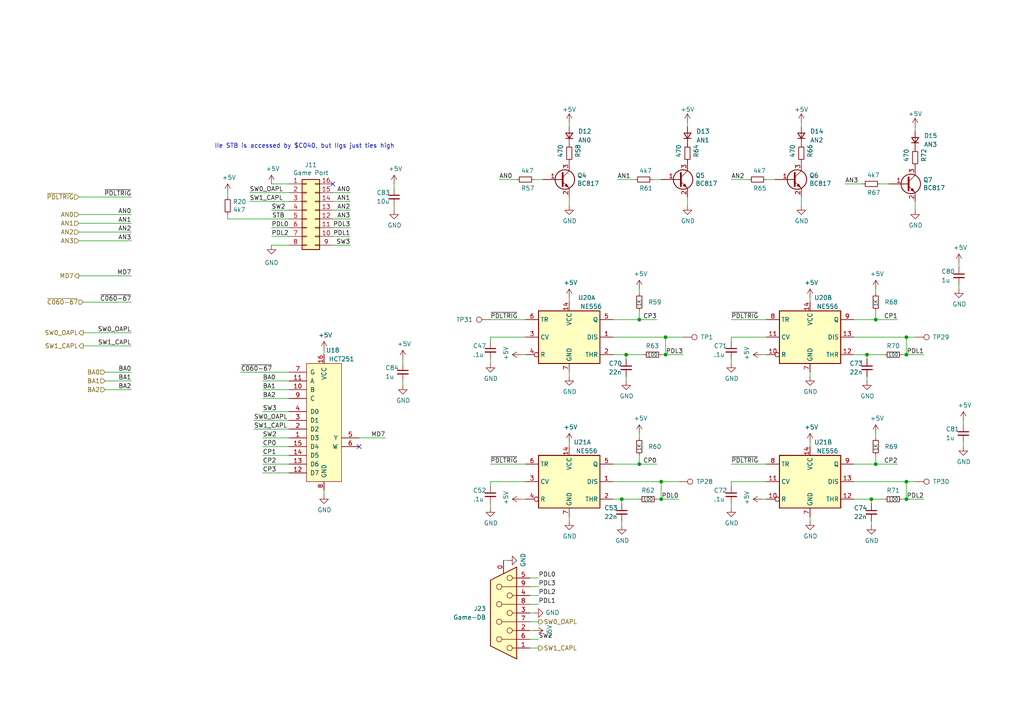
<source format=kicad_sch>
(kicad_sch (version 20230121) (generator eeschema)
  (paper "A4")
  (title_block (date "2022-06-27") (rev "3b") (company "twitch.tv/baldengineer"))
  (lib_symbols
    (symbol "C_0805_1" (pin_numbers hide) (pin_names (offset 0.254) hide)
      (property "Reference" "C" (at 0.254 1.778 0))
      (property "Value" "C_0805_1" (at 0.254 -2.032 0))
      (symbol "C_0805_1_1_1"
        (pin passive line (at 0 2.54 270) (length 2.032) (name "~") (number "1"))
        (pin passive line (at 0 -2.54 90) (length 2.032) (name "~") (number "2"))
      )
    )
    (symbol "C_0805_2" (pin_numbers hide) (pin_names (offset 0.254) hide)
      (property "Reference" "C" (at 0.254 1.778 0))
      (property "Value" "C_0805_2" (at 0.254 -2.032 0))
      (symbol "C_0805_2_1_1"
        (pin passive line (at 0 2.54 270) (length 2.032) (name "~") (number "1"))
        (pin passive line (at 0 -2.54 90) (length 2.032) (name "~") (number "2"))
      )
    )
    (symbol "C_0805_3" (pin_numbers hide) (pin_names (offset 0.254) hide)
      (property "Reference" "C" (at 0.254 1.778 0))
      (property "Value" "C_0805_3" (at 0.254 -2.032 0))
      (symbol "C_0805_3_1_1"
        (pin passive line (at 0 2.54 270) (length 2.032) (name "~") (number "1"))
        (pin passive line (at 0 -2.54 90) (length 2.032) (name "~") (number "2"))
      )
    )
    (symbol "C_0805_4" (pin_numbers hide) (pin_names (offset 0.254) hide)
      (property "Reference" "C" (at 0.254 1.778 0))
      (property "Value" "C_0805_4" (at 0.254 -2.032 0))
      (symbol "C_0805_4_1_1"
        (pin passive line (at 0 2.54 270) (length 2.032) (name "~") (number "1"))
        (pin passive line (at 0 -2.54 90) (length 2.032) (name "~") (number "2"))
      )
    )
    (symbol "C_0805_5" (pin_numbers hide) (pin_names (offset 0.254) hide)
      (property "Reference" "C" (at 0.254 1.778 0))
      (property "Value" "C_0805_5" (at 0.254 -2.032 0))
      (symbol "C_0805_5_1_1"
        (pin passive line (at 0 2.54 270) (length 2.032) (name "~") (number "1"))
        (pin passive line (at 0 -2.54 90) (length 2.032) (name "~") (number "2"))
      )
    )
    (symbol "C_0805_6" (pin_numbers hide) (pin_names (offset 0.254) hide)
      (property "Reference" "C" (at 0.254 1.778 0))
      (property "Value" "C_0805_6" (at 0.254 -2.032 0))
      (symbol "C_0805_6_1_1"
        (pin passive line (at 0 2.54 270) (length 2.032) (name "~") (number "1"))
        (pin passive line (at 0 -2.54 90) (length 2.032) (name "~") (number "2"))
      )
    )
    (symbol "C_0805_7" (pin_numbers hide) (pin_names (offset 0.254) hide)
      (property "Reference" "C" (at 0.254 1.778 0))
      (property "Value" "C_0805_7" (at 0.254 -2.032 0))
      (symbol "C_0805_7_1_1"
        (pin passive line (at 0 2.54 270) (length 2.032) (name "~") (number "1"))
        (pin passive line (at 0 -2.54 90) (length 2.032) (name "~") (number "2"))
      )
    )
    (symbol "Mega IIe Rev3 Symbols:C_0805" (pin_numbers hide) (pin_names (offset 0.254) hide)
      (property "Reference" "C" (at 0.254 1.778 0))
      (property "Value" "C_0805" (at 0.254 -2.032 0))
      (symbol "C_0805_1_1"
        (pin passive line (at 0 2.54 270) (length 2.032) (name "~") (number "1"))
        (pin passive line (at 0 -2.54 90) (length 2.032) (name "~") (number "2"))
      )
    )
    (symbol "Mega IIe Rev3 Symbols:Conn_02x08_Counter_Clockwise" (pin_names (offset 1.016) hide)
      (property "Reference" "J" (at 1.27 10.16 0))
      (property "Value" "Conn_02x08_Counter_Clockwise" (at 1.27 -12.7 0))
      (symbol "Conn_02x08_Counter_Clockwise_1_1"
        (pin passive line (at -5.08 7.62 0) (length 3.81) (name "Pin_1") (number "1"))
        (pin passive line (at 7.62 -7.62 180) (length 3.81) (name "Pin_10") (number "10"))
        (pin passive line (at 7.62 -5.08 180) (length 3.81) (name "Pin_11") (number "11"))
        (pin passive line (at 7.62 -2.54 180) (length 3.81) (name "Pin_12") (number "12"))
        (pin passive line (at 7.62 0 180) (length 3.81) (name "Pin_13") (number "13"))
        (pin passive line (at 7.62 2.54 180) (length 3.81) (name "Pin_14") (number "14"))
        (pin passive line (at 7.62 5.08 180) (length 3.81) (name "Pin_15") (number "15"))
        (pin passive line (at 7.62 7.62 180) (length 3.81) (name "Pin_16") (number "16"))
        (pin passive line (at -5.08 5.08 0) (length 3.81) (name "Pin_2") (number "2"))
        (pin passive line (at -5.08 2.54 0) (length 3.81) (name "Pin_3") (number "3"))
        (pin passive line (at -5.08 0 0) (length 3.81) (name "Pin_4") (number "4"))
        (pin passive line (at -5.08 -2.54 0) (length 3.81) (name "Pin_5") (number "5"))
        (pin passive line (at -5.08 -5.08 0) (length 3.81) (name "Pin_6") (number "6"))
        (pin passive line (at -5.08 -7.62 0) (length 3.81) (name "Pin_7") (number "7"))
        (pin passive line (at -5.08 -10.16 0) (length 3.81) (name "Pin_8") (number "8"))
        (pin passive line (at 7.62 -10.16 180) (length 3.81) (name "Pin_9") (number "9"))
      )
    )
    (symbol "Mega IIe Rev3 Symbols:DB9_Female_MountingHoles" (pin_names (offset 1.016) hide)
      (property "Reference" "J" (at 0 16.51 0))
      (property "Value" "DB9_Female_MountingHoles" (at 0 14.605 0))
      (symbol "DB9_Female_MountingHoles_1_1"
        (pin passive line (at 0 -15.24 90) (length 3.81) (name "PAD") (number "0"))
        (pin passive line (at -7.62 10.16 0) (length 3.81) (name "1") (number "1"))
        (pin passive line (at -7.62 5.08 0) (length 3.81) (name "2") (number "2"))
        (pin passive line (at -7.62 0 0) (length 3.81) (name "3") (number "3"))
        (pin passive line (at -7.62 -5.08 0) (length 3.81) (name "4") (number "4"))
        (pin passive line (at -7.62 -10.16 0) (length 3.81) (name "5") (number "5"))
        (pin passive line (at -7.62 7.62 0) (length 3.81) (name "6") (number "6"))
        (pin passive line (at -7.62 2.54 0) (length 3.81) (name "7") (number "7"))
        (pin passive line (at -7.62 -2.54 0) (length 3.81) (name "8") (number "8"))
        (pin passive line (at -7.62 -7.62 0) (length 3.81) (name "9") (number "9"))
      )
    )
    (symbol "Mega IIe Rev3 Symbols:D_1206" (pin_numbers hide) (pin_names (offset 0.254) hide)
      (property "Reference" "D" (at -1.27 2.032 0))
      (property "Value" "D_1206" (at -3.81 -2.032 0))
      (symbol "D_1206_1_1"
        (pin passive line (at -2.54 0 0) (length 1.778) (name "K") (number "1"))
        (pin passive line (at 2.54 0 180) (length 1.778) (name "A") (number "2"))
      )
    )
    (symbol "Mega IIe Rev3 Symbols:HCT251" (pin_names (offset 1.016))
      (property "Reference" "U" (at -1.27 20.32 0))
      (property "Value" "HCT251" (at -1.27 17.78 0))
      (symbol "HCT251_1_1"
        (pin input line (at -10.16 -5.08 0) (length 5.08) (name "D3") (number "1"))
        (pin input line (at -10.16 8.89 0) (length 5.08) (name "B") (number "10"))
        (pin input line (at -10.16 11.43 0) (length 5.08) (name "A") (number "11"))
        (pin input line (at -10.16 -15.24 0) (length 5.08) (name "D7") (number "12"))
        (pin input line (at -10.16 -12.7 0) (length 5.08) (name "D6") (number "13"))
        (pin input line (at -10.16 -10.16 0) (length 5.08) (name "D5") (number "14"))
        (pin input line (at -10.16 -7.62 0) (length 5.08) (name "D4") (number "15"))
        (pin power_in line (at 0 19.05 270) (length 2.54) (name "VCC") (number "16"))
        (pin input line (at -10.16 -2.54 0) (length 5.08) (name "D2") (number "2"))
        (pin input line (at -10.16 0 0) (length 5.08) (name "D1") (number "3"))
        (pin input line (at -10.16 2.54 0) (length 5.08) (name "D0") (number "4"))
        (pin input line (at 10.16 -5.08 180) (length 5.08) (name "Y") (number "5"))
        (pin input line (at 10.16 -7.62 180) (length 5.08) (name "W") (number "6"))
        (pin input line (at -10.16 13.97 0) (length 5.08) (name "G") (number "7"))
        (pin power_in line (at 0 -20.32 90) (length 2.54) (name "GND") (number "8"))
        (pin input line (at -10.16 6.35 0) (length 5.08) (name "C") (number "9"))
      )
    )
    (symbol "Mega IIe Rev3 Symbols:NE556"
      (property "Reference" "U" (at -10.16 8.89 0))
      (property "Value" "NE556" (at -10.16 -8.89 0))
      (symbol "NE556_0_0"
        (pin power_in line (at 0 10.16 270) (length 2.54) (name "VCC") (number "14"))
        (pin power_in line (at 0 -10.16 90) (length 2.54) (name "GND") (number "7"))
      )
      (symbol "NE556_1_1"
        (pin input line (at 12.7 0 180) (length 3.81) (name "DIS") (number "1"))
        (pin input line (at 12.7 -5.08 180) (length 3.81) (name "THR") (number "2"))
        (pin input line (at -12.7 0 0) (length 3.81) (name "CV") (number "3"))
        (pin input inverted (at -12.7 -5.08 0) (length 3.81) (name "R") (number "4"))
        (pin output line (at 12.7 5.08 180) (length 3.81) (name "Q") (number "5"))
        (pin input line (at -12.7 5.08 0) (length 3.81) (name "TR") (number "6"))
      )
      (symbol "NE556_2_1"
        (pin input inverted (at -12.7 -5.08 0) (length 3.81) (name "R") (number "10"))
        (pin input line (at -12.7 0 0) (length 3.81) (name "CV") (number "11"))
        (pin input line (at 12.7 -5.08 180) (length 3.81) (name "THR") (number "12"))
        (pin input line (at 12.7 0 180) (length 3.81) (name "DIS") (number "13"))
        (pin input line (at -12.7 5.08 0) (length 3.81) (name "TR") (number "8"))
        (pin output line (at 12.7 5.08 180) (length 3.81) (name "Q") (number "9"))
      )
    )
    (symbol "Mega IIe Rev3 Symbols:Q_NPN_BEC" (pin_names (offset 0) hide)
      (property "Reference" "Q" (at 5.08 1.27 0))
      (property "Value" "Q_NPN_BEC" (at 5.08 -1.27 0))
      (symbol "Q_NPN_BEC_1_1"
        (pin input line (at -5.08 0 0) (length 5.715) (name "B") (number "1"))
        (pin passive line (at 2.54 -5.08 90) (length 2.54) (name "E") (number "2"))
        (pin passive line (at 2.54 5.08 270) (length 2.54) (name "C") (number "3"))
      )
    )
    (symbol "Mega IIe Rev3 Symbols:R_0805" (pin_numbers hide) (pin_names (offset 0.254) hide)
      (property "Reference" "R" (at 0.762 0.508 0))
      (property "Value" "R_0805" (at 0.762 -1.016 0))
      (symbol "R_0805_1_1"
        (pin passive line (at 0 2.54 270) (length 0.762) (name "~") (number "1"))
        (pin passive line (at 0 -2.54 90) (length 0.762) (name "~") (number "2"))
      )
    )
    (symbol "Mega IIe Rev3 Symbols:TestPoint" (pin_numbers hide) (pin_names (offset 0.762) hide)
      (property "Reference" "TP" (at 0 6.858 0))
      (property "Value" "TestPoint" (at 0 5.08 0))
      (symbol "TestPoint_1_1"
        (pin passive line (at 0 0 90) (length 2.54) (name "1") (number "1"))
      )
    )
    (symbol "R_0805_1" (pin_numbers hide) (pin_names (offset 0.254) hide)
      (property "Reference" "R" (at 0.762 0.508 0))
      (property "Value" "R_0805_1" (at 0.762 -1.016 0))
      (symbol "R_0805_1_1_1"
        (pin passive line (at 0 2.54 270) (length 0.762) (name "~") (number "1"))
        (pin passive line (at 0 -2.54 90) (length 0.762) (name "~") (number "2"))
      )
    )
    (symbol "R_0805_10" (pin_numbers hide) (pin_names (offset 0.254) hide)
      (property "Reference" "R" (at 0.762 0.508 0))
      (property "Value" "R_0805_10" (at 0.762 -1.016 0))
      (symbol "R_0805_10_1_1"
        (pin passive line (at 0 2.54 270) (length 0.762) (name "~") (number "1"))
        (pin passive line (at 0 -2.54 90) (length 0.762) (name "~") (number "2"))
      )
    )
    (symbol "R_0805_11" (pin_numbers hide) (pin_names (offset 0.254) hide)
      (property "Reference" "R" (at 0.762 0.508 0))
      (property "Value" "R_0805_11" (at 0.762 -1.016 0))
      (symbol "R_0805_11_1_1"
        (pin passive line (at 0 2.54 270) (length 0.762) (name "~") (number "1"))
        (pin passive line (at 0 -2.54 90) (length 0.762) (name "~") (number "2"))
      )
    )
    (symbol "R_0805_12" (pin_numbers hide) (pin_names (offset 0.254) hide)
      (property "Reference" "R" (at 0.762 0.508 0))
      (property "Value" "R_0805_12" (at 0.762 -1.016 0))
      (symbol "R_0805_12_1_1"
        (pin passive line (at 0 2.54 270) (length 0.762) (name "~") (number "1"))
        (pin passive line (at 0 -2.54 90) (length 0.762) (name "~") (number "2"))
      )
    )
    (symbol "R_0805_13" (pin_numbers hide) (pin_names (offset 0.254) hide)
      (property "Reference" "R" (at 0.762 0.508 0))
      (property "Value" "R_0805_13" (at 0.762 -1.016 0))
      (symbol "R_0805_13_1_1"
        (pin passive line (at 0 2.54 270) (length 0.762) (name "~") (number "1"))
        (pin passive line (at 0 -2.54 90) (length 0.762) (name "~") (number "2"))
      )
    )
    (symbol "R_0805_14" (pin_numbers hide) (pin_names (offset 0.254) hide)
      (property "Reference" "R" (at 0.762 0.508 0))
      (property "Value" "R_0805_14" (at 0.762 -1.016 0))
      (symbol "R_0805_14_1_1"
        (pin passive line (at 0 2.54 270) (length 0.762) (name "~") (number "1"))
        (pin passive line (at 0 -2.54 90) (length 0.762) (name "~") (number "2"))
      )
    )
    (symbol "R_0805_15" (pin_numbers hide) (pin_names (offset 0.254) hide)
      (property "Reference" "R" (at 0.762 0.508 0))
      (property "Value" "R_0805_15" (at 0.762 -1.016 0))
      (symbol "R_0805_15_1_1"
        (pin passive line (at 0 2.54 270) (length 0.762) (name "~") (number "1"))
        (pin passive line (at 0 -2.54 90) (length 0.762) (name "~") (number "2"))
      )
    )
    (symbol "R_0805_16" (pin_numbers hide) (pin_names (offset 0.254) hide)
      (property "Reference" "R" (at 0.762 0.508 0))
      (property "Value" "R_0805_16" (at 0.762 -1.016 0))
      (symbol "R_0805_16_1_1"
        (pin passive line (at 0 2.54 270) (length 0.762) (name "~") (number "1"))
        (pin passive line (at 0 -2.54 90) (length 0.762) (name "~") (number "2"))
      )
    )
    (symbol "R_0805_2" (pin_numbers hide) (pin_names (offset 0.254) hide)
      (property "Reference" "R" (at 0.762 0.508 0))
      (property "Value" "R_0805_2" (at 0.762 -1.016 0))
      (symbol "R_0805_2_1_1"
        (pin passive line (at 0 2.54 270) (length 0.762) (name "~") (number "1"))
        (pin passive line (at 0 -2.54 90) (length 0.762) (name "~") (number "2"))
      )
    )
    (symbol "R_0805_3" (pin_numbers hide) (pin_names (offset 0.254) hide)
      (property "Reference" "R" (at 0.762 0.508 0))
      (property "Value" "R_0805_3" (at 0.762 -1.016 0))
      (symbol "R_0805_3_1_1"
        (pin passive line (at 0 2.54 270) (length 0.762) (name "~") (number "1"))
        (pin passive line (at 0 -2.54 90) (length 0.762) (name "~") (number "2"))
      )
    )
    (symbol "R_0805_4" (pin_numbers hide) (pin_names (offset 0.254) hide)
      (property "Reference" "R" (at 0.762 0.508 0))
      (property "Value" "R_0805_4" (at 0.762 -1.016 0))
      (symbol "R_0805_4_1_1"
        (pin passive line (at 0 2.54 270) (length 0.762) (name "~") (number "1"))
        (pin passive line (at 0 -2.54 90) (length 0.762) (name "~") (number "2"))
      )
    )
    (symbol "R_0805_5" (pin_numbers hide) (pin_names (offset 0.254) hide)
      (property "Reference" "R" (at 0.762 0.508 0))
      (property "Value" "R_0805_5" (at 0.762 -1.016 0))
      (symbol "R_0805_5_1_1"
        (pin passive line (at 0 2.54 270) (length 0.762) (name "~") (number "1"))
        (pin passive line (at 0 -2.54 90) (length 0.762) (name "~") (number "2"))
      )
    )
    (symbol "R_0805_6" (pin_numbers hide) (pin_names (offset 0.254) hide)
      (property "Reference" "R" (at 0.762 0.508 0))
      (property "Value" "R_0805_6" (at 0.762 -1.016 0))
      (symbol "R_0805_6_1_1"
        (pin passive line (at 0 2.54 270) (length 0.762) (name "~") (number "1"))
        (pin passive line (at 0 -2.54 90) (length 0.762) (name "~") (number "2"))
      )
    )
    (symbol "R_0805_7" (pin_numbers hide) (pin_names (offset 0.254) hide)
      (property "Reference" "R" (at 0.762 0.508 0))
      (property "Value" "R_0805_7" (at 0.762 -1.016 0))
      (symbol "R_0805_7_1_1"
        (pin passive line (at 0 2.54 270) (length 0.762) (name "~") (number "1"))
        (pin passive line (at 0 -2.54 90) (length 0.762) (name "~") (number "2"))
      )
    )
    (symbol "R_0805_8" (pin_numbers hide) (pin_names (offset 0.254) hide)
      (property "Reference" "R" (at 0.762 0.508 0))
      (property "Value" "R_0805_8" (at 0.762 -1.016 0))
      (symbol "R_0805_8_1_1"
        (pin passive line (at 0 2.54 270) (length 0.762) (name "~") (number "1"))
        (pin passive line (at 0 -2.54 90) (length 0.762) (name "~") (number "2"))
      )
    )
    (symbol "R_0805_9" (pin_numbers hide) (pin_names (offset 0.254) hide)
      (property "Reference" "R" (at 0.762 0.508 0))
      (property "Value" "R_0805_9" (at 0.762 -1.016 0))
      (symbol "R_0805_9_1_1"
        (pin passive line (at 0 2.54 270) (length 0.762) (name "~") (number "1"))
        (pin passive line (at 0 -2.54 90) (length 0.762) (name "~") (number "2"))
      )
    )
    (symbol "power:+5V" (power) (pin_names (offset 0))
      (property "Value" "+5V" (at 0 3.556 0))
      (symbol "+5V_1_1"
        (pin power_in line (at 0 0 90) (length 0) hide (name "+5V") (number "1"))
      )
    )
    (symbol "power:GND" (power) (pin_names (offset 0))
      (property "Value" "GND" (at 0 -3.81 0))
      (symbol "GND_1_1"
        (pin power_in line (at 0 0 270) (length 0) hide (name "GND") (number "1"))
      )
    )
  )
  (junction (at 193.04 97.79))
  (junction (at 191.77 139.7))
  (junction (at 262.89 102.87))
  (junction (at 254 134.62))
  (junction (at 185.42 134.62))
  (junction (at 193.04 102.87))
  (junction (at 254 92.71))
  (junction (at 191.77 144.78))
  (junction (at 262.89 144.78))
  (junction (at 181.61 102.87))
  (junction (at 262.89 97.79))
  (junction (at 262.89 139.7))
  (junction (at 185.42 92.71))
  (junction (at 251.46 102.87))
  (junction (at 180.34 144.78))
  (junction (at 252.73 144.78))
  (no_connect (at 96.52 53.34))
  (no_connect (at 104.14 129.54))
  (wire (pts (xy 191.77 144.78) (xy 196.85 144.78)))
  (wire (pts (xy 247.65 139.7) (xy 262.89 139.7)))
  (wire (pts (xy 153.67 175.26) (xy 156.21 175.26)))
  (wire (pts (xy 146.05 162.56) (xy 147.32 162.56)))
  (wire (pts (xy 96.52 63.5) (xy 101.6 63.5)))
  (wire (pts (xy 96.52 60.96) (xy 101.6 60.96)))
  (wire (pts (xy 153.67 187.96) (xy 156.21 187.96)))
  (wire (pts (xy 152.4 97.79) (xy 142.24 97.79)))
  (wire (pts (xy 254 125.73) (xy 254 127)))
  (wire (pts (xy 144.78 52.07) (xy 149.86 52.07)))
  (wire (pts (xy 66.04 63.5) (xy 66.04 62.23)))
  (wire (pts (xy 83.82 60.96) (xy 78.74 60.96)))
  (wire (pts (xy 180.34 144.78) (xy 185.42 144.78)))
  (wire (pts (xy 262.89 97.79) (xy 265.43 97.79)))
  (wire (pts (xy 177.8 92.71) (xy 185.42 92.71)))
  (wire (pts (xy 254 92.71) (xy 260.35 92.71)))
  (wire (pts (xy 262.89 139.7) (xy 262.89 144.78)))
  (wire (pts (xy 220.98 144.78) (xy 222.25 144.78)))
  (wire (pts (xy 265.43 38.1) (xy 265.43 36.83)))
  (wire (pts (xy 83.82 110.49) (xy 76.2 110.49)))
  (wire (pts (xy 83.82 115.57) (xy 76.2 115.57)))
  (wire (pts (xy 22.86 62.23) (xy 38.1 62.23)))
  (wire (pts (xy 154.94 52.07) (xy 157.48 52.07)))
  (wire (pts (xy 185.42 90.17) (xy 185.42 92.71)))
  (wire (pts (xy 165.1 57.15) (xy 165.1 59.69)))
  (wire (pts (xy 22.86 67.31) (xy 38.1 67.31)))
  (wire (pts (xy 142.24 104.14) (xy 142.24 105.41)))
  (wire (pts (xy 83.82 132.08) (xy 76.2 132.08)))
  (wire (pts (xy 212.09 146.05) (xy 212.09 147.32)))
  (wire (pts (xy 212.09 104.14) (xy 212.09 105.41)))
  (wire (pts (xy 252.73 144.78) (xy 252.73 146.05)))
  (wire (pts (xy 199.39 57.15) (xy 199.39 59.69)))
  (wire (pts (xy 73.66 121.92) (xy 83.82 121.92)))
  (wire (pts (xy 190.5 144.78) (xy 191.77 144.78)))
  (wire (pts (xy 181.61 102.87) (xy 181.61 104.14)))
  (wire (pts (xy 83.82 68.58) (xy 78.74 68.58)))
  (wire (pts (xy 93.98 142.24) (xy 93.98 143.51)))
  (wire (pts (xy 191.77 139.7) (xy 191.77 144.78)))
  (wire (pts (xy 116.84 104.14) (xy 116.84 105.41)))
  (wire (pts (xy 114.3 53.34) (xy 114.3 54.61)))
  (wire (pts (xy 181.61 109.22) (xy 181.61 110.49)))
  (wire (pts (xy 189.23 52.07) (xy 191.77 52.07)))
  (wire (pts (xy 152.4 92.71) (xy 142.24 92.71)))
  (wire (pts (xy 153.67 170.18) (xy 156.21 170.18)))
  (wire (pts (xy 252.73 144.78) (xy 256.54 144.78)))
  (wire (pts (xy 93.98 101.6) (xy 93.98 102.87)))
  (wire (pts (xy 177.8 134.62) (xy 185.42 134.62)))
  (wire (pts (xy 83.82 107.95) (xy 69.85 107.95)))
  (wire (pts (xy 177.8 139.7) (xy 191.77 139.7)))
  (wire (pts (xy 165.1 128.27) (xy 165.1 129.54)))
  (wire (pts (xy 66.04 55.88) (xy 66.04 57.15)))
  (wire (pts (xy 153.67 185.42) (xy 156.21 185.42)))
  (wire (pts (xy 24.13 100.33) (xy 38.1 100.33)))
  (wire (pts (xy 142.24 146.05) (xy 142.24 147.32)))
  (wire (pts (xy 191.77 102.87) (xy 193.04 102.87)))
  (wire (pts (xy 234.95 149.86) (xy 234.95 151.13)))
  (wire (pts (xy 262.89 97.79) (xy 262.89 102.87)))
  (wire (pts (xy 22.86 57.15) (xy 38.1 57.15)))
  (wire (pts (xy 22.86 64.77) (xy 38.1 64.77)))
  (wire (pts (xy 265.43 58.42) (xy 265.43 60.96)))
  (wire (pts (xy 212.09 97.79) (xy 212.09 99.06)))
  (wire (pts (xy 104.14 127) (xy 111.76 127)))
  (wire (pts (xy 165.1 149.86) (xy 165.1 151.13)))
  (wire (pts (xy 153.67 167.64) (xy 156.21 167.64)))
  (wire (pts (xy 73.66 124.46) (xy 83.82 124.46)))
  (wire (pts (xy 96.52 66.04) (xy 101.6 66.04)))
  (wire (pts (xy 261.62 144.78) (xy 262.89 144.78)))
  (wire (pts (xy 254 83.82) (xy 254 85.09)))
  (wire (pts (xy 24.13 87.63) (xy 38.1 87.63)))
  (wire (pts (xy 83.82 137.16) (xy 76.2 137.16)))
  (wire (pts (xy 83.82 71.12) (xy 78.74 71.12)))
  (wire (pts (xy 185.42 92.71) (xy 190.5 92.71)))
  (wire (pts (xy 222.25 52.07) (xy 224.79 52.07)))
  (wire (pts (xy 234.95 128.27) (xy 234.95 129.54)))
  (wire (pts (xy 30.48 107.95) (xy 38.1 107.95)))
  (wire (pts (xy 261.62 102.87) (xy 262.89 102.87)))
  (wire (pts (xy 222.25 92.71) (xy 212.09 92.71)))
  (wire (pts (xy 222.25 134.62) (xy 212.09 134.62)))
  (wire (pts (xy 262.89 102.87) (xy 267.97 102.87)))
  (wire (pts (xy 254 134.62) (xy 260.35 134.62)))
  (wire (pts (xy 153.67 177.8) (xy 154.94 177.8)))
  (wire (pts (xy 83.82 127) (xy 76.2 127)))
  (wire (pts (xy 83.82 113.03) (xy 76.2 113.03)))
  (wire (pts (xy 254 132.08) (xy 254 134.62)))
  (wire (pts (xy 245.11 53.34) (xy 250.19 53.34)))
  (wire (pts (xy 177.8 102.87) (xy 181.61 102.87)))
  (wire (pts (xy 22.86 80.01) (xy 38.1 80.01)))
  (wire (pts (xy 262.89 139.7) (xy 265.43 139.7)))
  (wire (pts (xy 177.8 144.78) (xy 180.34 144.78)))
  (wire (pts (xy 251.46 102.87) (xy 256.54 102.87)))
  (wire (pts (xy 212.09 139.7) (xy 212.09 140.97)))
  (wire (pts (xy 151.13 102.87) (xy 152.4 102.87)))
  (wire (pts (xy 114.3 59.69) (xy 114.3 60.96)))
  (wire (pts (xy 247.65 92.71) (xy 254 92.71)))
  (wire (pts (xy 142.24 139.7) (xy 142.24 140.97)))
  (wire (pts (xy 180.34 144.78) (xy 180.34 146.05)))
  (wire (pts (xy 232.41 57.15) (xy 232.41 59.69)))
  (wire (pts (xy 83.82 134.62) (xy 76.2 134.62)))
  (wire (pts (xy 222.25 97.79) (xy 212.09 97.79)))
  (wire (pts (xy 193.04 102.87) (xy 198.12 102.87)))
  (wire (pts (xy 83.82 66.04) (xy 78.74 66.04)))
  (wire (pts (xy 247.65 134.62) (xy 254 134.62)))
  (wire (pts (xy 181.61 102.87) (xy 186.69 102.87)))
  (wire (pts (xy 279.4 128.27) (xy 279.4 129.54)))
  (wire (pts (xy 193.04 97.79) (xy 198.12 97.79)))
  (wire (pts (xy 66.04 63.5) (xy 83.82 63.5)))
  (wire (pts (xy 83.82 119.38) (xy 76.2 119.38)))
  (wire (pts (xy 185.42 83.82) (xy 185.42 85.09)))
  (wire (pts (xy 153.67 180.34) (xy 156.21 180.34)))
  (wire (pts (xy 165.1 36.83) (xy 165.1 35.56)))
  (wire (pts (xy 251.46 102.87) (xy 251.46 104.14)))
  (wire (pts (xy 83.82 129.54) (xy 76.2 129.54)))
  (wire (pts (xy 220.98 102.87) (xy 222.25 102.87)))
  (wire (pts (xy 30.48 113.03) (xy 38.1 113.03)))
  (wire (pts (xy 30.48 110.49) (xy 38.1 110.49)))
  (wire (pts (xy 212.09 52.07) (xy 217.17 52.07)))
  (wire (pts (xy 153.67 172.72) (xy 156.21 172.72)))
  (wire (pts (xy 247.65 97.79) (xy 262.89 97.79)))
  (wire (pts (xy 222.25 139.7) (xy 212.09 139.7)))
  (wire (pts (xy 96.52 68.58) (xy 101.6 68.58)))
  (wire (pts (xy 185.42 132.08) (xy 185.42 134.62)))
  (wire (pts (xy 151.13 144.78) (xy 152.4 144.78)))
  (wire (pts (xy 165.1 107.95) (xy 165.1 109.22)))
  (wire (pts (xy 234.95 107.95) (xy 234.95 109.22)))
  (wire (pts (xy 72.39 58.42) (xy 83.82 58.42)))
  (wire (pts (xy 152.4 134.62) (xy 142.24 134.62)))
  (wire (pts (xy 24.13 96.52) (xy 38.1 96.52)))
  (wire (pts (xy 255.27 53.34) (xy 257.81 53.34)))
  (wire (pts (xy 116.84 110.49) (xy 116.84 111.76)))
  (wire (pts (xy 78.74 53.34) (xy 83.82 53.34)))
  (wire (pts (xy 96.52 55.88) (xy 101.6 55.88)))
  (wire (pts (xy 153.67 182.88) (xy 154.94 182.88)))
  (wire (pts (xy 22.86 69.85) (xy 38.1 69.85)))
  (wire (pts (xy 251.46 109.22) (xy 251.46 110.49)))
  (wire (pts (xy 234.95 86.36) (xy 234.95 87.63)))
  (wire (pts (xy 185.42 134.62) (xy 190.5 134.62)))
  (wire (pts (xy 152.4 139.7) (xy 142.24 139.7)))
  (wire (pts (xy 179.07 52.07) (xy 184.15 52.07)))
  (wire (pts (xy 278.13 82.55) (xy 278.13 83.82)))
  (wire (pts (xy 142.24 97.79) (xy 142.24 99.06)))
  (wire (pts (xy 193.04 97.79) (xy 193.04 102.87)))
  (wire (pts (xy 262.89 144.78) (xy 267.97 144.78)))
  (wire (pts (xy 177.8 97.79) (xy 193.04 97.79)))
  (wire (pts (xy 199.39 36.83) (xy 199.39 35.56)))
  (wire (pts (xy 247.65 144.78) (xy 252.73 144.78)))
  (wire (pts (xy 278.13 76.2) (xy 278.13 77.47)))
  (wire (pts (xy 254 90.17) (xy 254 92.71)))
  (wire (pts (xy 165.1 86.36) (xy 165.1 87.63)))
  (wire (pts (xy 252.73 151.13) (xy 252.73 152.4)))
  (wire (pts (xy 83.82 55.88) (xy 72.39 55.88)))
  (wire (pts (xy 96.52 71.12) (xy 101.6 71.12)))
  (wire (pts (xy 191.77 139.7) (xy 196.85 139.7)))
  (wire (pts (xy 247.65 102.87) (xy 251.46 102.87)))
  (wire (pts (xy 232.41 36.83) (xy 232.41 35.56)))
  (wire (pts (xy 96.52 58.42) (xy 101.6 58.42)))
  (wire (pts (xy 180.34 151.13) (xy 180.34 152.4)))
  (wire (pts (xy 185.42 125.73) (xy 185.42 127)))
  (wire (pts (xy 279.4 121.92) (xy 279.4 123.19)))
  (text "IIe STB is accessed by $C040, but IIgs just ties high" (at 62.23 43.18 0) (effects (font (size 1.27 1.27)) (justify left bottom)))
  (label "~{PDLTRIG}" (at 142.24 92.71 0))
  (label "PDL0" (at 156.21 167.64 0))
  (label "MD7" (at 111.76 127 180))
  (label "AN1" (at 38.1 64.77 180))
  (label "BA0" (at 76.2 110.49 0))
  (label "PDL1" (at 156.21 175.26 0))
  (label "PDL1" (at 101.6 68.58 180))
  (label "STB" (at 82.55 63.5 180))
  (label "AN1" (at 179.07 52.07 0))
  (label "SW2" (at 76.2 127 0))
  (label "AN3" (at 245.11 53.34 0))
  (label "SW1_CAPL" (at 73.66 124.46 0))
  (label "SW1_CAPL" (at 72.39 58.42 0))
  (label "BA2" (at 38.1 113.03 180))
  (label "BA1" (at 38.1 110.49 180))
  (label "SW0_OAPL" (at 38.1 96.52 180))
  (label "PDL0" (at 196.85 144.78 180))
  (label "PDL0" (at 78.74 66.04 0))
  (label "CP3" (at 76.2 137.16 0))
  (label "PDL2" (at 267.97 144.78 180))
  (label "AN0" (at 38.1 62.23 180))
  (label "PDL2" (at 156.21 172.72 0))
  (label "CP1" (at 76.2 132.08 0))
  (label "SW3" (at 76.2 119.38 0))
  (label "~{C060-67}" (at 38.1 87.63 180))
  (label "~{C060-67}" (at 69.85 107.95 0))
  (label "BA0" (at 38.1 107.95 180))
  (label "AN0" (at 101.6 55.88 180))
  (label "PDL2" (at 78.74 68.58 0))
  (label "SW1_CAPL" (at 38.1 100.33 180))
  (label "CP0" (at 76.2 129.54 0))
  (label "CP1" (at 260.35 92.71 180))
  (label "PDL3" (at 156.21 170.18 0))
  (label "SW2" (at 156.21 185.42 0))
  (label "BA1" (at 76.2 113.03 0))
  (label "AN1" (at 101.6 58.42 180))
  (label "CP3" (at 190.5 92.71 180))
  (label "AN3" (at 38.1 69.85 180))
  (label "CP0" (at 190.5 134.62 180))
  (label "AN2" (at 38.1 67.31 180))
  (label "~{PDLTRIG}" (at 142.24 134.62 0))
  (label "AN0" (at 144.78 52.07 0))
  (label "CP2" (at 76.2 134.62 0))
  (label "CP2" (at 260.35 134.62 180))
  (label "SW0_OAPL" (at 73.66 121.92 0))
  (label "SW3" (at 101.6 71.12 180))
  (label "BA2" (at 76.2 115.57 0))
  (label "~{PDLTRIG}" (at 212.09 92.71 0))
  (label "PDL3" (at 101.6 66.04 180))
  (label "~{PDLTRIG}" (at 38.1 57.15 180))
  (label "SW0_OAPL" (at 72.39 55.88 0))
  (label "SW2" (at 78.74 60.96 0))
  (label "AN2" (at 101.6 60.96 180))
  (label "PDL3" (at 198.12 102.87 180))
  (label "AN2" (at 212.09 52.07 0))
  (label "PDL1" (at 267.97 102.87 180))
  (label "MD7" (at 38.1 80.01 180))
  (label "~{PDLTRIG}" (at 212.09 134.62 0))
  (label "AN3" (at 101.6 63.5 180))
  (hierarchical_label "BA1" (shape input) (at 30.48 110.49 180))
  (hierarchical_label "AN1" (shape input) (at 22.86 64.77 180))
  (hierarchical_label "AN0" (shape input) (at 22.86 62.23 180))
  (hierarchical_label "~{C060-67}" (shape input) (at 24.13 87.63 180))
  (hierarchical_label "~{PDLTRIG}" (shape input) (at 22.86 57.15 180))
  (hierarchical_label "SW0_OAPL" (shape output) (at 24.13 96.52 180))
  (hierarchical_label "SW0_OAPL" (shape output) (at 156.21 180.34 0))
  (hierarchical_label "BA0" (shape input) (at 30.48 107.95 180))
  (hierarchical_label "AN3" (shape input) (at 22.86 69.85 180))
  (hierarchical_label "BA2" (shape input) (at 30.48 113.03 180))
  (hierarchical_label "MD7" (shape output) (at 22.86 80.01 180))
  (hierarchical_label "SW1_CAPL" (shape output) (at 156.21 187.96 0))
  (hierarchical_label "SW1_CAPL" (shape output) (at 24.13 100.33 180))
  (hierarchical_label "AN2" (shape input) (at 22.86 67.31 180))
  (symbol (lib_id "power:GND") (at 165.1 59.69 0) (unit 1)
    (property "Reference" "#PWR0367" (effects hide))
    (property "Value" "GND" (at 165.227 64.0842 0))
  )
  (symbol (lib_name "R_0805_13") (lib_id "Mega IIe Rev3 Symbols:R_0805_13") (at 254 129.54 0) (unit 1)
    (property "Reference" "R69" (at 256.54 129.54 0) (effects (justify left)))
    (property "Value" "1K" (at 254 130.81 90) (effects (font (size 0.9906 0.9906)) (justify left)))
    (property "Footprint" "Resistor_SMD:R_0805_2012Metric" (effects hide))
  )
  (symbol (lib_name "R_0805_16") (lib_id "Mega IIe Rev3 Symbols:R_0805_16") (at 189.23 102.87 270) (unit 1)
    (property "Reference" "R63" (at 189.23 100.33 90))
    (property "Value" "100" (at 189.23 102.87 90) (effects (font (size 0.9906 0.9906))))
    (property "Footprint" "Resistor_SMD:R_0805_2012Metric" (effects hide))
  )
  (symbol (lib_id "Mega IIe Rev3 Symbols:Q_NPN_BEC") (at 262.89 53.34 0) (unit 1)
    (property "Reference" "Q7" (at 267.7414 52.1716 0) (effects (justify left)))
    (property "Value" "BC817" (at 267.7414 54.483 0) (effects (justify left)))
    (property "Footprint" "Package_TO_SOT_SMD:SOT-23" (effects hide))
  )
  (symbol (lib_id "Mega IIe Rev3 Symbols:C_0805") (at 181.61 106.68 0) (unit 1)
    (property "Reference" "C70" (at 176.53 105.41 0) (effects (justify left)))
    (property "Value" "22n" (at 176.53 107.95 0) (effects (justify left)))
    (property "Footprint" "Capacitor_SMD:C_0805_2012Metric" (effects hide))
  )
  (symbol (lib_id "power:+5V") (at 254 83.82 0) (unit 1)
    (property "Reference" "#PWR0352" (effects hide))
    (property "Value" "+5V" (at 254.381 79.4258 0))
  )
  (symbol (lib_id "power:GND") (at 165.1 151.13 0) (unit 1)
    (property "Reference" "#PWR0360" (effects hide))
    (property "Value" "GND" (at 165.227 155.5242 0))
  )
  (symbol (lib_id "power:+5V") (at 279.4 121.92 0) (unit 1)
    (property "Reference" "#PWR0306" (effects hide))
    (property "Value" "+5V" (at 279.781 117.5258 0))
  )
  (symbol (lib_name "R_0805_12") (lib_id "Mega IIe Rev3 Symbols:R_0805_12") (at 259.08 144.78 270) (unit 1)
    (property "Reference" "R71" (at 259.08 142.24 90))
    (property "Value" "100" (at 259.08 144.78 90) (effects (font (size 0.9906 0.9906))))
    (property "Footprint" "Resistor_SMD:R_0805_2012Metric" (effects hide))
  )
  (symbol (lib_id "power:GND") (at 142.24 147.32 0) (unit 1)
    (property "Reference" "#PWR0311" (effects hide))
    (property "Value" "GND" (at 142.367 151.7142 0))
  )
  (symbol (lib_id "Mega IIe Rev3 Symbols:D_1206") (at 265.43 40.64 90) (unit 1)
    (property "Reference" "D15" (at 267.97 39.3699 90) (effects (justify right)))
    (property "Value" "AN3" (at 267.97 41.9099 90) (effects (justify right)))
    (property "Footprint" "LED_SMD:LED_1206_3216Metric" (effects hide))
  )
  (symbol (lib_id "Mega IIe Rev3 Symbols:DB9_Female_MountingHoles") (at 146.05 177.8 180) (unit 1)
    (property "Reference" "J23" (at 140.97 176.5299 0) (effects (justify left)))
    (property "Value" "Game-DB" (at 140.97 179.0699 0) (effects (justify left)))
    (property "Footprint" "Connector_Dsub:DSUB-9_Female_Horizontal_P2.77x2.84mm_EdgePinOffset7.70mm_Housed_MountingHolesOffset9.12mm" (effects hide))
    (property "Datasheet" " ~" (effects hide))
  )
  (symbol (lib_name "C_0805_2") (lib_id "Mega IIe Rev3 Symbols:C_0805_2") (at 142.24 143.51 0) (unit 1)
    (property "Reference" "C52" (at 137.16 142.24 0) (effects (justify left)))
    (property "Value" ".1u" (at 137.16 144.78 0) (effects (justify left)))
    (property "Footprint" "Capacitor_SMD:C_0805_2012Metric" (effects hide))
  )
  (symbol (lib_id "power:+5V") (at 165.1 128.27 0) (unit 1)
    (property "Reference" "#PWR0358" (effects hide))
    (property "Value" "+5V" (at 165.481 123.8758 0))
  )
  (symbol (lib_id "power:GND") (at 212.09 105.41 0) (unit 1)
    (property "Reference" "#PWR0362" (effects hide))
    (property "Value" "GND" (at 212.217 109.8042 0))
  )
  (symbol (lib_id "Mega IIe Rev3 Symbols:D_1206") (at 165.1 39.37 90) (unit 1)
    (property "Reference" "D12" (at 167.64 38.0999 90) (effects (justify right)))
    (property "Value" "AN0" (at 167.64 40.6399 90) (effects (justify right)))
    (property "Footprint" "LED_SMD:LED_1206_3216Metric" (effects hide))
  )
  (symbol (lib_id "power:+5V") (at 114.3 53.34 0) (unit 1)
    (property "Reference" "#PWR0293" (effects hide))
    (property "Value" "+5V" (at 114.681 48.9458 0))
  )
  (symbol (lib_id "power:+5V") (at 254 125.73 0) (unit 1)
    (property "Reference" "#PWR0298" (effects hide))
    (property "Value" "+5V" (at 254.381 121.3358 0))
  )
  (symbol (lib_id "power:+5V") (at 151.13 144.78 90) (unit 1)
    (property "Reference" "#PWR0347" (effects hide))
    (property "Value" "+5V" (at 146.7358 144.399 0))
  )
  (symbol (lib_id "power:GND") (at 212.09 147.32 0) (unit 1)
    (property "Reference" "#PWR0357" (effects hide))
    (property "Value" "GND" (at 212.217 151.7142 0))
  )
  (symbol (lib_id "power:+5V") (at 234.95 128.27 0) (unit 1)
    (property "Reference" "#PWR0301" (effects hide))
    (property "Value" "+5V" (at 235.331 123.8758 0))
  )
  (symbol (lib_id "power:+5V") (at 151.13 102.87 90) (unit 1)
    (property "Reference" "#PWR0349" (effects hide))
    (property "Value" "+5V" (at 146.7358 102.489 0))
  )
  (symbol (lib_id "power:GND") (at 154.94 177.8 90) (unit 1)
    (property "Reference" "#PWR0399" (effects hide))
    (property "Value" "GND" (at 158.1912 177.673 90) (effects (justify right)))
  )
  (symbol (lib_id "power:GND") (at 181.61 110.49 0) (unit 1)
    (property "Reference" "#PWR0309" (effects hide))
    (property "Value" "GND" (at 181.737 114.8842 0))
  )
  (symbol (lib_id "power:+5V") (at 265.43 36.83 0) (unit 1)
    (property "Reference" "#PWR0354" (effects hide))
    (property "Value" "+5V" (at 265.43 33.02 0))
  )
  (symbol (lib_id "Mega IIe Rev3 Symbols:R_0805") (at 187.96 144.78 270) (unit 1)
    (property "Reference" "R62" (at 187.96 142.24 90))
    (property "Value" "100" (at 187.96 144.78 90) (effects (font (size 0.9906 0.9906))))
    (property "Footprint" "Resistor_SMD:R_0805_2012Metric" (effects hide))
  )
  (symbol (lib_id "Mega IIe Rev3 Symbols:TestPoint") (at 142.24 92.71 90) (unit 1)
    (property "Reference" "TP31" (at 137.16 92.71 90) (effects (justify left)))
    (property "Value" "TestPoint" (effects hide))
    (property "Footprint" "TestPoint:TestPoint_Pad_D1.0mm" (effects hide))
  )
  (symbol (lib_id "Mega IIe Rev3 Symbols:TestPoint") (at 198.12 97.79 270) (unit 1)
    (property "Reference" "TP1" (at 203.2 97.79 90) (effects (justify left)))
    (property "Value" "TestPoint" (effects hide))
    (property "Footprint" "TestPoint:TestPoint_Pad_D1.0mm" (effects hide))
  )
  (symbol (lib_id "power:+5V") (at 185.42 125.73 0) (unit 1)
    (property "Reference" "#PWR0359" (effects hide))
    (property "Value" "+5V" (at 185.801 121.3358 0))
  )
  (symbol (lib_id "Mega IIe Rev3 Symbols:NE556") (at 234.95 139.7 0) (unit 2)
    (property "Reference" "U21" (at 238.76 128.27 0))
    (property "Value" "NE556" (at 240.03 130.81 0))
    (property "Footprint" "Package_SO:SO-14_3.9x8.65mm_P1.27mm" (effects hide))
    (property "Datasheet" "http://www.ti.com/lit/ds/symlink/ne556.pdf" (effects hide))
  )
  (symbol (lib_id "Mega IIe Rev3 Symbols:Q_NPN_BEC") (at 229.87 52.07 0) (unit 1)
    (property "Reference" "Q6" (at 234.7214 50.9016 0) (effects (justify left)))
    (property "Value" "BC817" (at 234.7214 53.213 0) (effects (justify left)))
    (property "Footprint" "Package_TO_SOT_SMD:SOT-23" (effects hide))
  )
  (symbol (lib_name "C_0805_4") (lib_id "Mega IIe Rev3 Symbols:C_0805_4") (at 212.09 143.51 0) (unit 1)
    (property "Reference" "C72" (at 207.01 142.24 0) (effects (justify left)))
    (property "Value" ".1u" (at 207.01 144.78 0) (effects (justify left)))
    (property "Footprint" "Capacitor_SMD:C_0805_2012Metric" (effects hide))
  )
  (symbol (lib_id "power:+5V") (at 185.42 83.82 0) (unit 1)
    (property "Reference" "#PWR0346" (effects hide))
    (property "Value" "+5V" (at 185.801 79.4258 0))
  )
  (symbol (lib_name "R_0805_11") (lib_id "Mega IIe Rev3 Symbols:R_0805_11") (at 199.39 44.45 0) (unit 1)
    (property "Reference" "R64" (at 201.93 45.72 90) (effects (justify left)))
    (property "Value" "470" (at 196.85 45.72 90) (effects (justify left)))
    (property "Footprint" "Resistor_SMD:R_0805_2012Metric" (effects hide))
  )
  (symbol (lib_id "power:GND") (at 142.24 105.41 0) (unit 1)
    (property "Reference" "#PWR0345" (effects hide))
    (property "Value" "GND" (at 142.367 109.8042 0))
  )
  (symbol (lib_id "Mega IIe Rev3 Symbols:Q_NPN_BEC") (at 162.56 52.07 0) (unit 1)
    (property "Reference" "Q4" (at 167.4114 50.9016 0) (effects (justify left)))
    (property "Value" "BC817" (at 167.4114 53.213 0) (effects (justify left)))
    (property "Footprint" "Package_TO_SOT_SMD:SOT-23" (effects hide))
  )
  (symbol (lib_name "R_0805_2") (lib_id "Mega IIe Rev3 Symbols:R_0805_2") (at 66.04 59.69 0) (unit 1)
    (property "Reference" "R20" (at 67.5386 58.5216 0) (effects (justify left)))
    (property "Value" "4k7" (at 67.5386 60.833 0) (effects (justify left)))
    (property "Footprint" "Resistor_SMD:R_0805_2012Metric" (effects hide))
  )
  (symbol (lib_id "power:+5V") (at 278.13 76.2 0) (unit 1)
    (property "Reference" "#PWR0304" (effects hide))
    (property "Value" "+5V" (at 278.511 71.8058 0))
  )
  (symbol (lib_id "power:+5V") (at 165.1 86.36 0) (unit 1)
    (property "Reference" "#PWR0348" (effects hide))
    (property "Value" "+5V" (at 165.481 81.9658 0))
  )
  (symbol (lib_id "Mega IIe Rev3 Symbols:TestPoint") (at 265.43 97.79 270) (unit 1)
    (property "Reference" "TP29" (at 270.51 97.79 90) (effects (justify left)))
    (property "Value" "TestPoint" (effects hide))
    (property "Footprint" "TestPoint:TestPoint_Pad_D1.0mm" (effects hide))
  )
  (symbol (lib_id "power:GND") (at 147.32 162.56 90) (unit 1)
    (property "Reference" "#PWR0401" (effects hide))
    (property "Value" "GND" (at 151.7142 162.433 0))
  )
  (symbol (lib_id "power:+5V") (at 66.04 55.88 0) (unit 1)
    (property "Reference" "#PWR0294" (effects hide))
    (property "Value" "+5V" (at 66.421 51.4858 0))
  )
  (symbol (lib_name "C_0805_3") (lib_id "Mega IIe Rev3 Symbols:C_0805_3") (at 251.46 106.68 0) (unit 1)
    (property "Reference" "C73" (at 246.38 105.41 0) (effects (justify left)))
    (property "Value" "22n" (at 246.38 107.95 0) (effects (justify left)))
    (property "Footprint" "Capacitor_SMD:C_0805_2012Metric" (effects hide))
  )
  (symbol (lib_id "Mega IIe Rev3 Symbols:Conn_02x08_Counter_Clockwise") (at 88.9 60.96 0) (unit 1)
    (property "Reference" "J11" (at 90.17 47.8282 0))
    (property "Value" "Game Port" (at 90.17 50.1396 0))
    (property "Footprint" "Package_DIP:DIP-16_W7.62mm_Socket" (effects hide))
  )
  (symbol (lib_id "power:+5V") (at 154.94 182.88 270) (unit 1)
    (property "Reference" "#PWR0400" (effects hide))
    (property "Value" "+5V" (at 159.3342 183.261 0))
  )
  (symbol (lib_name "R_0805_14") (lib_id "Mega IIe Rev3 Symbols:R_0805_14") (at 259.08 102.87 270) (unit 1)
    (property "Reference" "R70" (at 259.08 100.33 90))
    (property "Value" "100" (at 259.08 102.87 90) (effects (font (size 0.9906 0.9906))))
    (property "Footprint" "Resistor_SMD:R_0805_2012Metric" (effects hide))
  )
  (symbol (lib_id "power:GND") (at 180.34 152.4 0) (unit 1)
    (property "Reference" "#PWR0361" (effects hide))
    (property "Value" "GND" (at 180.467 156.7942 0))
  )
  (symbol (lib_id "power:GND") (at 78.74 71.12 0) (unit 1)
    (property "Reference" "#PWR0292" (effects hide))
    (property "Value" "GND" (at 78.74 76.2 0))
  )
  (symbol (lib_name "C_0805_7") (lib_id "Mega IIe Rev3 Symbols:C_0805_7") (at 180.34 148.59 0) (unit 1)
    (property "Reference" "C53" (at 175.26 147.32 0) (effects (justify left)))
    (property "Value" "22n" (at 175.26 149.86 0) (effects (justify left)))
    (property "Footprint" "Capacitor_SMD:C_0805_2012Metric" (effects hide))
  )
  (symbol (lib_id "power:+5V") (at 78.74 53.34 0) (unit 1)
    (property "Reference" "#PWR0295" (effects hide))
    (property "Value" "+5V" (at 79.121 48.9458 0))
  )
  (symbol (lib_id "Mega IIe Rev3 Symbols:HCT251") (at 93.98 121.92 0) (unit 1)
    (property "Reference" "U18" (at 96.52 101.6 0))
    (property "Value" "HCT251" (at 99.06 104.14 0))
    (property "Footprint" "Package_SO:SOIC-16_3.9x9.9mm_P1.27mm" (effects hide))
    (property "SPN" "85X2828" (effects hide))
    (property "MPN" "74HCT251D,652" (effects hide))
  )
  (symbol (lib_id "power:+5V") (at 220.98 144.78 90) (unit 1)
    (property "Reference" "#PWR0356" (effects hide))
    (property "Value" "+5V" (at 216.5858 144.399 0))
  )
  (symbol (lib_id "Mega IIe Rev3 Symbols:TestPoint") (at 196.85 139.7 270) (unit 1)
    (property "Reference" "TP28" (at 201.93 139.7 90) (effects (justify left)))
    (property "Value" "TestPoint" (effects hide))
    (property "Footprint" "TestPoint:TestPoint_Pad_D1.0mm" (effects hide))
  )
  (symbol (lib_id "Mega IIe Rev3 Symbols:D_1206") (at 232.41 39.37 90) (unit 1)
    (property "Reference" "D14" (at 234.95 38.0999 90) (effects (justify right)))
    (property "Value" "AN2" (at 234.95 40.6399 90) (effects (justify right)))
    (property "Footprint" "LED_SMD:LED_1206_3216Metric" (effects hide))
  )
  (symbol (lib_id "power:GND") (at 234.95 151.13 0) (unit 1)
    (property "Reference" "#PWR0302" (effects hide))
    (property "Value" "GND" (at 235.077 155.5242 0))
  )
  (symbol (lib_name "R_0805_6") (lib_id "Mega IIe Rev3 Symbols:R_0805_6") (at 232.41 44.45 0) (unit 1)
    (property "Reference" "R66" (at 234.95 45.72 90) (effects (justify left)))
    (property "Value" "470" (at 229.87 45.72 90) (effects (justify left)))
    (property "Footprint" "Resistor_SMD:R_0805_2012Metric" (effects hide))
  )
  (symbol (lib_name "R_0805_7") (lib_id "Mega IIe Rev3 Symbols:R_0805_7") (at 254 87.63 0) (unit 1)
    (property "Reference" "R68" (at 256.54 87.63 0) (effects (justify left)))
    (property "Value" "1K" (at 254 88.9 90) (effects (font (size 0.9906 0.9906)) (justify left)))
    (property "Footprint" "Resistor_SMD:R_0805_2012Metric" (effects hide))
  )
  (symbol (lib_id "power:GND") (at 252.73 152.4 0) (unit 1)
    (property "Reference" "#PWR0297" (effects hide))
    (property "Value" "GND" (at 252.857 156.7942 0))
  )
  (symbol (lib_id "power:+5V") (at 93.98 101.6 0) (unit 1)
    (property "Reference" "#PWR0291" (effects hide))
    (property "Value" "+5V" (at 94.361 97.2058 0))
  )
  (symbol (lib_id "power:+5V") (at 220.98 102.87 90) (unit 1)
    (property "Reference" "#PWR0363" (effects hide))
    (property "Value" "+5V" (at 216.5858 102.489 0))
  )
  (symbol (lib_id "Mega IIe Rev3 Symbols:D_1206") (at 199.39 39.37 90) (unit 1)
    (property "Reference" "D13" (at 201.93 38.0999 90) (effects (justify right)))
    (property "Value" "AN1" (at 201.93 40.6399 90) (effects (justify right)))
    (property "Footprint" "LED_SMD:LED_1206_3216Metric" (effects hide))
  )
  (symbol (lib_id "power:+5V") (at 116.84 104.14 0) (unit 1)
    (property "Reference" "#PWR0290" (effects hide))
    (property "Value" "+5V" (at 117.221 99.7458 0))
  )
  (symbol (lib_id "Mega IIe Rev3 Symbols:NE556") (at 165.1 139.7 0) (unit 1)
    (property "Reference" "U21" (at 168.91 128.27 0))
    (property "Value" "NE556" (at 170.18 130.81 0))
    (property "Footprint" "Package_SO:SO-14_3.9x8.65mm_P1.27mm" (effects hide))
    (property "Datasheet" "http://www.ti.com/lit/ds/symlink/ne556.pdf" (effects hide))
    (property "SPN" "32AH8454" (effects hide))
  )
  (symbol (lib_id "Mega IIe Rev3 Symbols:NE556") (at 234.95 97.79 0) (unit 2)
    (property "Reference" "U20" (at 238.76 86.36 0))
    (property "Value" "NE556" (at 240.03 88.9 0))
    (property "Footprint" "Package_SO:SO-14_3.9x8.65mm_P1.27mm" (effects hide))
    (property "Datasheet" "http://www.ti.com/lit/ds/symlink/ne556.pdf" (effects hide))
    (property "SPN" "32AH8454" (effects hide))
  )
  (symbol (lib_id "power:GND") (at 234.95 109.22 0) (unit 1)
    (property "Reference" "#PWR0299" (effects hide))
    (property "Value" "GND" (at 235.077 113.6142 0))
  )
  (symbol (lib_id "power:GND") (at 278.13 83.82 0) (unit 1)
    (property "Reference" "#PWR0303" (effects hide))
    (property "Value" "GND" (at 278.257 88.2142 0))
  )
  (symbol (lib_id "power:+5V") (at 232.41 35.56 0) (unit 1)
    (property "Reference" "#PWR0353" (effects hide))
    (property "Value" "+5V" (at 232.41 31.75 0))
  )
  (symbol (lib_name "R_0805_15") (lib_id "Mega IIe Rev3 Symbols:R_0805_15") (at 185.42 129.54 0) (unit 1)
    (property "Reference" "R60" (at 187.96 129.54 0) (effects (justify left)))
    (property "Value" "1K" (at 185.42 130.81 90) (effects (font (size 0.9906 0.9906)) (justify left)))
    (property "Footprint" "Resistor_SMD:R_0805_2012Metric" (effects hide))
  )
  (symbol (lib_name "R_0805_3") (lib_id "Mega IIe Rev3 Symbols:R_0805_3") (at 252.73 53.34 270) (unit 1)
    (property "Reference" "R67" (at 251.46 55.88 90) (effects (justify left)))
    (property "Value" "4k7" (at 251.46 50.8 90) (effects (justify left)))
    (property "Footprint" "Resistor_SMD:R_0805_2012Metric" (effects hide))
  )
  (symbol (lib_name "R_0805_10") (lib_id "Mega IIe Rev3 Symbols:R_0805_10") (at 165.1 44.45 0) (unit 1)
    (property "Reference" "R58" (at 167.64 45.72 90) (effects (justify left)))
    (property "Value" "470" (at 162.56 45.72 90) (effects (justify left)))
    (property "Footprint" "Resistor_SMD:R_0805_2012Metric" (effects hide))
  )
  (symbol (lib_name "R_0805_9") (lib_id "Mega IIe Rev3 Symbols:R_0805_9") (at 186.69 52.07 270) (unit 1)
    (property "Reference" "R61" (at 185.42 54.61 90) (effects (justify left)))
    (property "Value" "4k7" (at 185.42 49.53 90) (effects (justify left)))
    (property "Footprint" "Resistor_SMD:R_0805_2012Metric" (effects hide))
  )
  (symbol (lib_id "Mega IIe Rev3 Symbols:Q_NPN_BEC") (at 196.85 52.07 0) (unit 1)
    (property "Reference" "Q5" (at 201.7014 50.9016 0) (effects (justify left)))
    (property "Value" "BC817" (at 201.7014 53.213 0) (effects (justify left)))
    (property "Footprint" "Package_TO_SOT_SMD:SOT-23" (effects hide))
  )
  (symbol (lib_id "power:+5V") (at 234.95 86.36 0) (unit 1)
    (property "Reference" "#PWR0350" (effects hide))
    (property "Value" "+5V" (at 235.331 81.9658 0))
  )
  (symbol (lib_name "C_0805_6") (lib_id "Mega IIe Rev3 Symbols:C_0805_6") (at 212.09 101.6 0) (unit 1)
    (property "Reference" "C71" (at 207.01 100.33 0) (effects (justify left)))
    (property "Value" ".1u" (at 207.01 102.87 0) (effects (justify left)))
    (property "Footprint" "Capacitor_SMD:C_0805_2012Metric" (effects hide))
  )
  (symbol (lib_id "power:+5V") (at 165.1 35.56 0) (unit 1)
    (property "Reference" "#PWR0364" (effects hide))
    (property "Value" "+5V" (at 165.1 31.75 0))
  )
  (symbol (lib_name "R_0805_4") (lib_id "Mega IIe Rev3 Symbols:R_0805_4") (at 265.43 45.72 0) (unit 1)
    (property "Reference" "R72" (at 267.97 46.99 90) (effects (justify left)))
    (property "Value" "470" (at 262.89 46.99 90) (effects (justify left)))
    (property "Footprint" "Resistor_SMD:R_0805_2012Metric" (effects hide))
  )
  (symbol (lib_name "C_0805_5") (lib_id "Mega IIe Rev3 Symbols:C_0805_5") (at 279.4 125.73 0) (unit 1)
    (property "Reference" "C81" (at 274.32 124.46 0) (effects (justify left)))
    (property "Value" "1u" (at 274.32 127 0) (effects (justify left)))
    (property "Footprint" "Capacitor_SMD:C_0805_2012Metric" (effects hide))
  )
  (symbol (lib_id "Mega IIe Rev3 Symbols:TestPoint") (at 265.43 139.7 270) (unit 1)
    (property "Reference" "TP30" (at 270.51 139.7 90) (effects (justify left)))
    (property "Value" "TestPoint" (effects hide))
    (property "Footprint" "TestPoint:TestPoint_Pad_D1.0mm" (effects hide))
  )
  (symbol (lib_id "power:GND") (at 279.4 129.54 0) (unit 1)
    (property "Reference" "#PWR0305" (effects hide))
    (property "Value" "GND" (at 279.527 133.9342 0))
  )
  (symbol (lib_id "power:GND") (at 165.1 109.22 0) (unit 1)
    (property "Reference" "#PWR0310" (effects hide))
    (property "Value" "GND" (at 165.227 113.6142 0))
  )
  (symbol (lib_id "power:GND") (at 199.39 59.69 0) (unit 1)
    (property "Reference" "#PWR0365" (effects hide))
    (property "Value" "GND" (at 199.517 64.0842 0))
  )
  (symbol (lib_id "Mega IIe Rev3 Symbols:NE556") (at 165.1 97.79 0) (unit 1)
    (property "Reference" "U20" (at 170.18 86.36 0))
    (property "Value" "NE556" (at 171.45 88.9 0))
    (property "Footprint" "Package_SO:SO-14_3.9x8.65mm_P1.27mm" (effects hide))
    (property "Datasheet" "http://www.ti.com/lit/ds/symlink/ne556.pdf" (effects hide))
  )
  (symbol (lib_id "power:GND") (at 251.46 110.49 0) (unit 1)
    (property "Reference" "#PWR0300" (effects hide))
    (property "Value" "GND" (at 251.587 114.8842 0))
  )
  (symbol (lib_name "C_0805_5") (lib_id "Mega IIe Rev3 Symbols:C_0805_5") (at 116.84 107.95 0) (unit 1)
    (property "Reference" "C84" (at 111.76 106.68 0) (effects (justify left)))
    (property "Value" "1u" (at 111.76 109.22 0) (effects (justify left)))
    (property "Footprint" "Capacitor_SMD:C_0805_2012Metric" (effects hide))
  )
  (symbol (lib_name "R_0805_5") (lib_id "Mega IIe Rev3 Symbols:R_0805_5") (at 219.71 52.07 270) (unit 1)
    (property "Reference" "R65" (at 218.44 54.61 90) (effects (justify left)))
    (property "Value" "4k7" (at 218.44 49.53 90) (effects (justify left)))
    (property "Footprint" "Resistor_SMD:R_0805_2012Metric" (effects hide))
  )
  (symbol (lib_name "C_0805_1") (lib_id "Mega IIe Rev3 Symbols:C_0805_1") (at 142.24 101.6 0) (unit 1)
    (property "Reference" "C47" (at 137.16 100.33 0) (effects (justify left)))
    (property "Value" ".1u" (at 137.16 102.87 0) (effects (justify left)))
    (property "Footprint" "Capacitor_SMD:C_0805_2012Metric" (effects hide))
  )
  (symbol (lib_name "C_0805_5") (lib_id "Mega IIe Rev3 Symbols:C_0805_5") (at 278.13 80.01 0) (unit 1)
    (property "Reference" "C80" (at 273.05 78.74 0) (effects (justify left)))
    (property "Value" "1u" (at 273.05 81.28 0) (effects (justify left)))
    (property "Footprint" "Capacitor_SMD:C_0805_2012Metric" (effects hide))
  )
  (symbol (lib_id "power:GND") (at 116.84 111.76 0) (unit 1)
    (property "Reference" "#PWR0308" (effects hide))
    (property "Value" "GND" (at 116.967 116.1542 0))
  )
  (symbol (lib_id "power:+5V") (at 199.39 35.56 0) (unit 1)
    (property "Reference" "#PWR0366" (effects hide))
    (property "Value" "+5V" (at 199.39 31.75 0))
  )
  (symbol (lib_name "C_0805_5") (lib_id "Mega IIe Rev3 Symbols:C_0805_5") (at 114.3 57.15 0) (unit 1)
    (property "Reference" "C83" (at 109.22 55.88 0) (effects (justify left)))
    (property "Value" "10u" (at 109.22 58.42 0) (effects (justify left)))
    (property "Footprint" "Capacitor_SMD:C_0805_2012Metric" (effects hide))
  )
  (symbol (lib_id "power:GND") (at 114.3 60.96 0) (unit 1)
    (property "Reference" "#PWR0296" (effects hide))
    (property "Value" "GND" (at 114.427 65.3542 0))
  )
  (symbol (lib_id "power:GND") (at 93.98 143.51 0) (unit 1)
    (property "Reference" "#PWR0307" (effects hide))
    (property "Value" "GND" (at 94.107 147.9042 0))
  )
  (symbol (lib_id "power:GND") (at 232.41 59.69 0) (unit 1)
    (property "Reference" "#PWR0351" (effects hide))
    (property "Value" "GND" (at 232.537 64.0842 0))
  )
  (symbol (lib_id "power:GND") (at 265.43 60.96 0) (unit 1)
    (property "Reference" "#PWR0355" (effects hide))
    (property "Value" "GND" (at 265.557 65.3542 0))
  )
  (symbol (lib_name "R_0805_8") (lib_id "Mega IIe Rev3 Symbols:R_0805_8") (at 185.42 87.63 0) (unit 1)
    (property "Reference" "R59" (at 187.96 87.63 0) (effects (justify left)))
    (property "Value" "1K" (at 185.42 88.9 90) (effects (font (size 0.9906 0.9906)) (justify left)))
    (property "Footprint" "Resistor_SMD:R_0805_2012Metric" (effects hide))
  )
  (symbol (lib_name "R_0805_1") (lib_id "Mega IIe Rev3 Symbols:R_0805_1") (at 152.4 52.07 270) (unit 1)
    (property "Reference" "R57" (at 151.13 54.61 90) (effects (justify left)))
    (property "Value" "4k7" (at 151.13 49.53 90) (effects (justify left)))
    (property "Footprint" "Resistor_SMD:R_0805_2012Metric" (effects hide))
  )
  (symbol (lib_name "C_0805_5") (lib_id "Mega IIe Rev3 Symbols:C_0805_5") (at 252.73 148.59 0) (unit 1)
    (property "Reference" "C74" (at 247.65 147.32 0) (effects (justify left)))
    (property "Value" "22n" (at 247.65 149.86 0) (effects (justify left)))
    (property "Footprint" "Capacitor_SMD:C_0805_2012Metric" (effects hide))
  )
)
</source>
